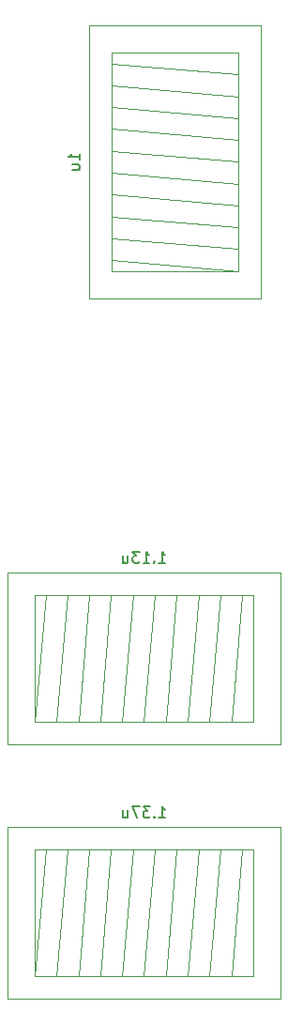
<source format=gbr>
%TF.GenerationSoftware,KiCad,Pcbnew,5.1.6*%
%TF.CreationDate,2020-08-25T15:19:02-07:00*%
%TF.ProjectId,uSDX,75534458-2e6b-4696-9361-645f70636258,2.0.3*%
%TF.SameCoordinates,Original*%
%TF.FileFunction,Other,Fab,Bot*%
%FSLAX46Y46*%
G04 Gerber Fmt 4.6, Leading zero omitted, Abs format (unit mm)*
G04 Created by KiCad (PCBNEW 5.1.6) date 2020-08-25 15:19:02*
%MOMM*%
%LPD*%
G01*
G04 APERTURE LIST*
%ADD10C,0.100000*%
%ADD11C,0.150000*%
G04 APERTURE END LIST*
D10*
%TO.C,L401*%
X61030000Y-93820000D02*
X45530000Y-93820000D01*
X45530000Y-93820000D02*
X45530000Y-69180000D01*
X45530000Y-69180000D02*
X61030000Y-69180000D01*
X61030000Y-69180000D02*
X61030000Y-93820000D01*
X59000000Y-91356000D02*
X47560000Y-91356000D01*
X47560000Y-91356000D02*
X47560000Y-71644000D01*
X47560000Y-71644000D02*
X59000000Y-71644000D01*
X59000000Y-71644000D02*
X59000000Y-91356000D01*
X59000000Y-91356000D02*
X47560000Y-90370400D01*
X59000000Y-89384800D02*
X47560000Y-88399200D01*
X59000000Y-87413600D02*
X47560000Y-86428000D01*
X59000000Y-85442400D02*
X47560000Y-84456800D01*
X59000000Y-83471200D02*
X47560000Y-82485600D01*
X59000000Y-81500000D02*
X47560000Y-80514400D01*
X59000000Y-79528800D02*
X47560000Y-78543200D01*
X59000000Y-77557600D02*
X47560000Y-76572000D01*
X59000000Y-75586400D02*
X47560000Y-74600800D01*
X59000000Y-73615200D02*
X47560000Y-72629600D01*
%TO.C,L403*%
X58384800Y-132000000D02*
X59370400Y-120560000D01*
X56413600Y-132000000D02*
X57399200Y-120560000D01*
X54442400Y-132000000D02*
X55428000Y-120560000D01*
X52471200Y-132000000D02*
X53456800Y-120560000D01*
X50500000Y-132000000D02*
X51485600Y-120560000D01*
X48528800Y-132000000D02*
X49514400Y-120560000D01*
X46557600Y-132000000D02*
X47543200Y-120560000D01*
X44586400Y-132000000D02*
X45572000Y-120560000D01*
X42615200Y-132000000D02*
X43600800Y-120560000D01*
X40644000Y-132000000D02*
X41629600Y-120560000D01*
X60356000Y-132000000D02*
X40644000Y-132000000D01*
X60356000Y-120560000D02*
X60356000Y-132000000D01*
X40644000Y-120560000D02*
X60356000Y-120560000D01*
X40644000Y-132000000D02*
X40644000Y-120560000D01*
X62820000Y-134030000D02*
X38180000Y-134030000D01*
X62820000Y-118530000D02*
X62820000Y-134030000D01*
X38180000Y-118530000D02*
X62820000Y-118530000D01*
X38180000Y-134030000D02*
X38180000Y-118530000D01*
%TO.C,L402*%
X58384800Y-155000000D02*
X59370400Y-143560000D01*
X56413600Y-155000000D02*
X57399200Y-143560000D01*
X54442400Y-155000000D02*
X55428000Y-143560000D01*
X52471200Y-155000000D02*
X53456800Y-143560000D01*
X50500000Y-155000000D02*
X51485600Y-143560000D01*
X48528800Y-155000000D02*
X49514400Y-143560000D01*
X46557600Y-155000000D02*
X47543200Y-143560000D01*
X44586400Y-155000000D02*
X45572000Y-143560000D01*
X42615200Y-155000000D02*
X43600800Y-143560000D01*
X40644000Y-155000000D02*
X41629600Y-143560000D01*
X60356000Y-155000000D02*
X40644000Y-155000000D01*
X60356000Y-143560000D02*
X60356000Y-155000000D01*
X40644000Y-143560000D02*
X60356000Y-143560000D01*
X40644000Y-155000000D02*
X40644000Y-143560000D01*
X62820000Y-157030000D02*
X38180000Y-157030000D01*
X62820000Y-141530000D02*
X62820000Y-157030000D01*
X38180000Y-141530000D02*
X62820000Y-141530000D01*
X38180000Y-157030000D02*
X38180000Y-141530000D01*
%TD*%
%TO.C,L401*%
D11*
X44672380Y-81333333D02*
X44672380Y-80761904D01*
X44672380Y-81047619D02*
X43672380Y-81047619D01*
X43815238Y-80952380D01*
X43910476Y-80857142D01*
X43958095Y-80761904D01*
X44005714Y-82190476D02*
X44672380Y-82190476D01*
X44005714Y-81761904D02*
X44529523Y-81761904D01*
X44624761Y-81809523D01*
X44672380Y-81904761D01*
X44672380Y-82047619D01*
X44624761Y-82142857D01*
X44577142Y-82190476D01*
%TO.C,L403*%
X51857142Y-117672380D02*
X52428571Y-117672380D01*
X52142857Y-117672380D02*
X52142857Y-116672380D01*
X52238095Y-116815238D01*
X52333333Y-116910476D01*
X52428571Y-116958095D01*
X51428571Y-117577142D02*
X51380952Y-117624761D01*
X51428571Y-117672380D01*
X51476190Y-117624761D01*
X51428571Y-117577142D01*
X51428571Y-117672380D01*
X50428571Y-117672380D02*
X51000000Y-117672380D01*
X50714285Y-117672380D02*
X50714285Y-116672380D01*
X50809523Y-116815238D01*
X50904761Y-116910476D01*
X51000000Y-116958095D01*
X50095238Y-116672380D02*
X49476190Y-116672380D01*
X49809523Y-117053333D01*
X49666666Y-117053333D01*
X49571428Y-117100952D01*
X49523809Y-117148571D01*
X49476190Y-117243809D01*
X49476190Y-117481904D01*
X49523809Y-117577142D01*
X49571428Y-117624761D01*
X49666666Y-117672380D01*
X49952380Y-117672380D01*
X50047619Y-117624761D01*
X50095238Y-117577142D01*
X48619047Y-117005714D02*
X48619047Y-117672380D01*
X49047619Y-117005714D02*
X49047619Y-117529523D01*
X49000000Y-117624761D01*
X48904761Y-117672380D01*
X48761904Y-117672380D01*
X48666666Y-117624761D01*
X48619047Y-117577142D01*
%TO.C,L402*%
X51857142Y-140672380D02*
X52428571Y-140672380D01*
X52142857Y-140672380D02*
X52142857Y-139672380D01*
X52238095Y-139815238D01*
X52333333Y-139910476D01*
X52428571Y-139958095D01*
X51428571Y-140577142D02*
X51380952Y-140624761D01*
X51428571Y-140672380D01*
X51476190Y-140624761D01*
X51428571Y-140577142D01*
X51428571Y-140672380D01*
X51047619Y-139672380D02*
X50428571Y-139672380D01*
X50761904Y-140053333D01*
X50619047Y-140053333D01*
X50523809Y-140100952D01*
X50476190Y-140148571D01*
X50428571Y-140243809D01*
X50428571Y-140481904D01*
X50476190Y-140577142D01*
X50523809Y-140624761D01*
X50619047Y-140672380D01*
X50904761Y-140672380D01*
X51000000Y-140624761D01*
X51047619Y-140577142D01*
X50095238Y-139672380D02*
X49428571Y-139672380D01*
X49857142Y-140672380D01*
X48619047Y-140005714D02*
X48619047Y-140672380D01*
X49047619Y-140005714D02*
X49047619Y-140529523D01*
X49000000Y-140624761D01*
X48904761Y-140672380D01*
X48761904Y-140672380D01*
X48666666Y-140624761D01*
X48619047Y-140577142D01*
%TD*%
M02*

</source>
